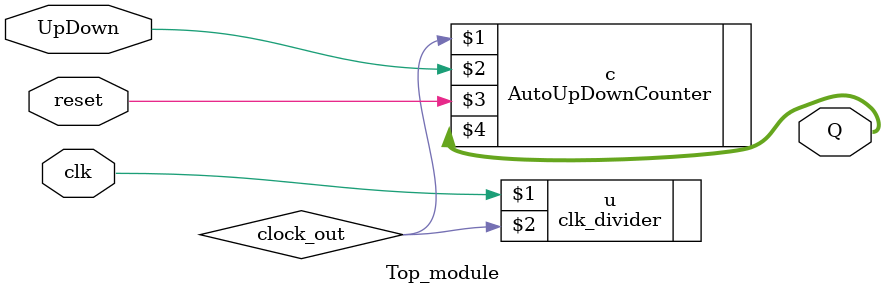
<source format=v>
`timescale 1ns / 1ps

module Top_module(
    input reset,
    input UpDown,
    input clk,
    output [3:0] Q
    );
    
    
    wire clock_out;
    clk_divider u(clk,clock_out);
    AutoUpDownCounter c(clock_out, UpDown, reset,Q);
endmodule
</source>
